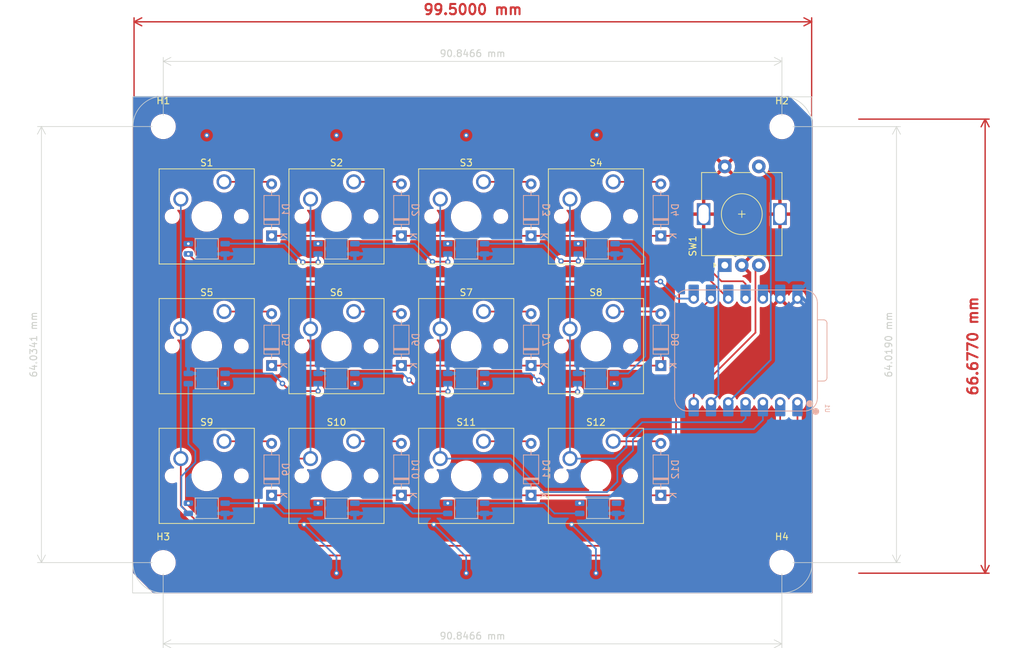
<source format=kicad_pcb>
(kicad_pcb (version 20240108) (generator "pcbnew") (generator_version "8.0")
  (layers (0 "F.Cu" signal) (31 "B.Cu" signal) (34 "B.Paste" user) (35 "F.Paste" user) (36 "B.SilkS" user "B.Silkscreen") (37 "F.SilkS" user "F.Silkscreen") (38 "B.Mask" user) (39 "F.Mask" user) (44 "Edge.Cuts" user))
  (net 0 "")
  (net 1 "VBUS")
  (net 2 "RGB_LED")
  (net 3 "GND")
  (net 4 "Net-(D13-DOUT)")
  (net 5 "Net-(D14-DOUT)")
  (net 6 "Net-(D15-DOUT)")
  (net 7 "Net-(D16-DOUT)")
  (net 8 "ROW 2")
  (net 9 "COLUMN 2")
  (net 10 "COLUMN 4")
  (net 11 "ROW 3")
  (net 12 "COLUMN 1")
  (net 13 "ROW 1")
  (net 14 "COLUMN 3")
  (net 15 "Net-(D1-A)")
  (net 16 "Net-(D2-A)")
  (net 17 "Net-(D3-A)")
  (net 18 "Net-(D4-A)")
  (net 19 "Net-(D5-A)")
  (net 20 "Net-(D6-A)")
  (net 21 "Net-(D7-A)")
  (net 22 "Net-(D8-A)")
  (net 23 "Net-(D9-A)")
  (net 24 "Net-(D10-A)")
  (net 25 "Net-(D11-A)")
  (net 26 "Net-(D12-A)")
  (net 27 "Net-(D16-DIN)")
  (net 28 "Net-(D17-DOUT)")
  (net 29 "Net-(D18-DOUT)")
  (net 30 "Net-(D19-DOUT)")
  (net 31 "Net-(D20-DOUT)")
  (net 32 "Net-(D22-DOUT)")
  (net 33 "ROTARY 2")
  (net 34 "ROTARY 3")
  (net 35 "ROTARY 1")
  (net 36 "3.3V")
  (net 37 "Net-(D13-DIN)")
  (footprint "Button_Switch_Keyboard:SW_Cherry_MX_1.00u_PCB" (layer "F.Cu") (at 88.265 142.5575)
    (property "Reference" "S10")
    (property "Value" "Keyswitch")
  )
  (footprint "Button_Switch_Keyboard:SW_Cherry_MX_1.00u_PCB" (layer "F.Cu") (at 69.215 123.5075)
    (property "Reference" "S5")
    (property "Value" "Keyswitch")
  )
  (footprint "Button_Switch_Keyboard:SW_Cherry_MX_1.00u_PCB" (layer "F.Cu") (at 88.265 104.4575)
    (property "Reference" "S2")
    (property "Value" "Keyswitch")
  )
  (footprint "Button_Switch_Keyboard:SW_Cherry_MX_1.00u_PCB" (layer "F.Cu") (at 107.315 104.4575)
    (property "Reference" "S3")
    (property "Value" "Keyswitch")
  )
  (footprint "Button_Switch_Keyboard:SW_Cherry_MX_1.00u_PCB" (layer "F.Cu") (at 69.215 142.5575)
    (property "Reference" "S9")
    (property "Value" "Keyswitch")
  )
  (footprint "Button_Switch_Keyboard:SW_Cherry_MX_1.00u_PCB" (layer "F.Cu") (at 69.215 104.4575)
    (property "Reference" "S1")
    (property "Value" "Keyswitch")
  )
  (footprint "Button_Switch_Keyboard:SW_Cherry_MX_1.00u_PCB" (layer "F.Cu") (at 126.365 104.4575)
    (property "Reference" "S4")
    (property "Value" "Keyswitch")
  )
  (footprint "Button_Switch_Keyboard:SW_Cherry_MX_1.00u_PCB" (layer "F.Cu") (at 107.315 123.5075)
    (property "Reference" "S7")
    (property "Value" "Keyswitch")
  )
  (footprint "MountingHole:MountingHole_3.2mm_M3_DIN965" (layer "F.Cu") (at 151.13586 96.35676)
    (property "Reference" "H2")
    (property "Value" "Mounting_Hole")
  )
  (footprint "MountingHole:MountingHole_3.2mm_M3_DIN965" (layer "F.Cu") (at 151.125686 160.37086)
    (property "Reference" "H4")
    (property "Value" "Mounting_Hole")
  )
  (footprint "Button_Switch_Keyboard:SW_Cherry_MX_1.00u_PCB" (layer "F.Cu") (at 88.265 123.5075)
    (property "Reference" "S6")
    (property "Value" "Keyswitch")
  )
  (footprint "MountingHole:MountingHole_3.2mm_M3_DIN965" (layer "F.Cu") (at 60.27909 160.375736)
    (property "Reference" "H3")
    (property "Value" "Mounting_Hole")
  )
  (footprint "Rotary_Encoder:RotaryEncoder_Alps_EC11E-Switch_Vertical_H20mm" (layer "F.Cu") (at 142.7436 116.7 90)
    (property "Reference" "SW1")
    (property "Value" "RotaryEncoder_Switch_MP")
  )
  (footprint "Button_Switch_Keyboard:SW_Cherry_MX_1.00u_PCB" (layer "F.Cu") (at 107.315 142.5575)
    (property "Reference" "S11")
    (property "Value" "Keyswitch")
  )
  (footprint "Button_Switch_Keyboard:SW_Cherry_MX_1.00u_PCB" (layer "F.Cu") (at 126.365 142.5575)
    (property "Reference" "S12")
    (property "Value" "Keyswitch")
  )
  (footprint "MountingHole:MountingHole_3.2mm_M3_DIN965" (layer "F.Cu") (at 60.28926 96.34164)
    (property "Reference" "H1")
    (property "Value" "Mounting_Hole")
  )
  (footprint "Button_Switch_Keyboard:SW_Cherry_MX_1.00u_PCB" (layer "F.Cu") (at 126.365 123.5075)
    (property "Reference" "S8")
    (property "Value" "Keyswitch")
  )
  (footprint "Diode_THT:D_DO-35_SOD27_P7.62mm_Horizontal" (layer "B.Cu") (at 114.2976 150.492 90)
    (property "Reference" "D11")
    (property "Value" "Diode")
  )
  (footprint "ScottoKeebs_Components:LED_SK6812MINI" (layer "B.Cu") (at 66.6736 133.3472 180)
    (property "Reference" "D18" (hide yes))
    (property "Value" "LED_SK6812MINI" (hide yes))
    (fp_line (start 1.7 1.5) (end 1.7 -1.5) (stroke (width 0.12)) (layer "Edge.Cuts"))
    (fp_line (start 1.7 -1.5) (end -1.7 -1.5) (stroke (width 0.12)) (layer "Edge.Cuts"))
    (fp_line (start -1.7 1.5) (end 1.7 1.5) (stroke (width 0.12)) (layer "Edge.Cuts"))
    (fp_line (start -1.7 -1.5) (end -1.7 1.5) (stroke (width 0.12)) (layer "Edge.Cuts"))
  )
  (footprint "Diode_THT:D_DO-35_SOD27_P7.62mm_Horizontal" (layer "B.Cu") (at 76.1984 112.3928 90)
    (property "Reference" "D1")
    (property "Value" "Diode")
  )
  (footprint "Diode_THT:D_DO-35_SOD27_P7.62mm_Horizontal" (layer "B.Cu") (at 114.3 131.445 90)
    (property "Reference" "D7")
    (property "Value" "Diode")
  )
  (footprint "Seeed Studio XIAO Series Library:XIAO-RP2040-DIP" (layer "B.Cu") (at 145.8001 129.225 90)
    (property "Reference" "U1")
    (property "Value" "XIAO-RP2040-DIP")
  )
  (footprint "Diode_THT:D_DO-35_SOD27_P7.62mm_Horizontal" (layer "B.Cu") (at 95.248 112.3928 90)
    (property "Reference" "D2")
    (property "Value" "Diode")
  )
  (footprint "ScottoKeebs_Components:LED_SK6812MINI" (layer "B.Cu") (at 85.7232 152.3968)
    (property "Reference" "D20" (hide yes))
    (property "Value" "LED_SK6812MINI" (hide yes))
    (fp_line (start -1.7 -1.5) (end -1.7 1.5) (stroke (width 0.12)) (layer "Edge.Cuts"))
    (fp_line (start -1.7 1.5) (end 1.7 1.5) (stroke (width 0.12)) (layer "Edge.Cuts"))
    (fp_line (start 1.7 -1.5) (end -1.7 -1.5) (stroke (width 0.12)) (layer "Edge.Cuts"))
    (fp_line (start 1.7 1.5) (end 1.7 -1.5) (stroke (width 0.12)) (layer "Edge.Cuts"))
  )
  (footprint "ScottoKeebs_Components:LED_SK6812MINI" (layer "B.Cu") (at 85.7232 114.2976)
    (property "Reference" "D13" (hide yes))
    (property "Value" "LED_SK6812MINI" (hide yes))
    (fp_line (start -1.7 -1.5) (end -1.7 1.5) (stroke (width 0.12)) (layer "Edge.Cuts"))
    (fp_line (start -1.7 1.5) (end 1.7 1.5) (stroke (width 0.12)) (layer "Edge.Cuts"))
    (fp_line (start 1.7 -1.5) (end -1.7 -1.5) (stroke (width 0.12)) (layer "Edge.Cuts"))
    (fp_line (start 1.7 1.5) (end 1.7 -1.5) (stroke (width 0.12)) (layer "Edge.Cuts"))
  )
  (footprint "ScottoKeebs_Components:LED_SK6812MINI" (layer "B.Cu") (at 123.935 114.2976)
    (property "Reference" "D15" (hide yes))
    (property "Value" "LED_SK6812MINI" (hide yes))
    (fp_line (start -1.7 -1.5) (end -1.7 1.5) (stroke (width 0.12)) (layer "Edge.Cuts"))
    (fp_line (start -1.7 1.5) (end 1.7 1.5) (stroke (width 0.12)) (layer "Edge.Cuts"))
    (fp_line (start 1.7 -1.5) (end -1.7 -1.5) (stroke (width 0.12)) (layer "Edge.Cuts"))
    (fp_line (start 1.7 1.5) (end 1.7 -1.5) (stroke (width 0.12)) (layer "Edge.Cuts"))
  )
  (footprint "Diode_THT:D_DO-35_SOD27_P7.62mm_Horizontal" (layer "B.Cu") (at 114.2976 112.3928 90)
    (property "Reference" "D3")
    (property "Value" "Diode")
  )
  (footprint "Diode_THT:D_DO-35_SOD27_P7.62mm_Horizontal" (layer "B.Cu") (at 95.248 150.492 90)
    (property "Reference" "D10")
    (property "Value" "Diode")
  )
  (footprint "ScottoKeebs_Components:LED_SK6812MINI" (layer "B.Cu") (at 66.6736 152.3968)
    (property "Reference" "D19" (hide yes))
    (property "Value" "LED_SK6812MINI" (hide yes))
    (fp_line (start -1.7 -1.5) (end -1.7 1.5) (stroke (width 0.12)) (layer "Edge.Cuts"))
    (fp_line (start -1.7 1.5) (end 1.7 1.5) (stroke (width 0.12)) (layer "Edge.Cuts"))
    (fp_line (start 1.7 -1.5) (end -1.7 -1.5) (stroke (width 0.12)) (layer "Edge.Cuts"))
    (fp_line (start 1.7 1.5) (end 1.7 -1.5) (stroke (width 0.12)) (layer "Edge.Cuts"))
  )
  (footprint "Diode_THT:D_DO-35_SOD27_P7.62mm_Horizontal" (layer "B.Cu") (at 76.2 131.445 90)
    (property "Reference" "D5")
    (property "Value" "Diode")
  )
  (footprint "Diode_THT:D_DO-35_SOD27_P7.62mm_Horizontal" (layer "B.Cu") (at 76.1984 150.492 90)
    (property "Reference" "D9")
    (property "Value" "Diode")
  )
  (footprint "ScottoKeebs_Components:LED_SK6812MINI" (layer "B.Cu") (at 104.7728 114.2976)
    (property "Reference" "D14" (hide yes))
    (property "Value" "LED_SK6812MINI" (hide yes))
    (fp_line (start -1.7 -1.5) (end -1.7 1.5) (stroke (width 0.12)) (layer "Edge.Cuts"))
    (fp_line (start -1.7 1.5) (end 1.7 1.5) (stroke (width 0.12)) (layer "Edge.Cuts"))
    (fp_line (start 1.7 -1.5) (end -1.7 -1.5) (stroke (width 0.12)) (layer "Edge.Cuts"))
    (fp_line (start 1.7 1.5) (end 1.7 -1.5) (stroke (width 0.12)) (layer "Edge.Cuts"))
  )
  (footprint "Diode_THT:D_DO-35_SOD27_P7.62mm_Horizontal" (layer "B.Cu") (at 95.25 131.445 90)
    (property "Reference" "D6")
    (property "Value" "Diode")
  )
  (footprint "ScottoKeebs_Components:LED_SK6812MINI" (layer "B.Cu") (at 123.821 133.3472 180)
    (property "Reference" "D21" (hide yes))
    (property "Value" "LED_SK6812MINI" (hide yes))
    (fp_line (start 1.7 1.5) (end 1.7 -1.5) (stroke (width 0.12)) (layer "Edge.Cuts"))
    (fp_line (start 1.7 -1.5) (end -1.7 -1.5) (stroke (width 0.12)) (layer "Edge.Cuts"))
    (fp_line (start -1.7 1.5) (end 1.7 1.5) (stroke (width 0.12)) (layer "Edge.Cuts"))
    (fp_line (start -1.7 -1.5) (end -1.7 1.5) (stroke (width 0.12)) (layer "Edge.Cuts"))
  )
  (footprint "ScottoKeebs_Components:LED_SK6812MINI" (layer "B.Cu") (at 66.6736 114.2976)
    (property "Reference" "D25" (hide yes))
    (property "Value" "LED_SK6812MINI" (hide yes))
    (fp_line (start -1.7 -1.5) (end -1.7 1.5) (stroke (width 0.12)) (layer "Edge.Cuts"))
    (fp_line (start -1.7 1.5) (end 1.7 1.5) (stroke (width 0.12)) (layer "Edge.Cuts"))
    (fp_line (start 1.7 -1.5) (end -1.7 -1.5) (stroke (width 0.12)) (layer "Edge.Cuts"))
    (fp_line (start 1.7 1.5) (end 1.7 -1.5) (stroke (width 0.12)) (layer "Edge.Cuts"))
  )
  (footprint "ScottoKeebs_Components:LED_SK6812MINI" (layer "B.Cu") (at 124.1398 152.3968)
    (property "Reference" "D23" (hide yes))
    (property "Value" "LED_SK6812MINI" (hide yes))
    (fp_line (start -1.7 -1.5) (end -1.7 1.5) (stroke (width 0.12)) (layer "Edge.Cuts"))
    (fp_line (start -1.7 1.5) (end 1.7 1.5) (stroke (width 0.12)) (layer "Edge.Cuts"))
    (fp_line (start 1.7 -1.5) (end -1.7 -1.5) (stroke (width 0.12)) (layer "Edge.Cuts"))
    (fp_line (start 1.7 1.5) (end 1.7 -1.5) (stroke (width 0.12)) (layer "Edge.Cuts"))
  )
  (footprint "Diode_THT:D_DO-35_SOD27_P7.62mm_Horizontal" (layer "B.Cu") (at 133.35 112.395 90)
    (property "Reference" "D4")
    (property "Value" "Diode")
  )
  (footprint "ScottoKeebs_Components:LED_SK6812MINI" (layer "B.Cu") (at 85.7232 133.3472 180)
    (property "Reference" "D17" (hide yes))
    (property "Value" "LED_SK6812MINI" (hide yes))
    (fp_line (start 1.7 1.5) (end 1.7 -1.5) (stroke (width 0.12)) (layer "Edge.Cuts"))
    (fp_line (start 1.7 -1.5) (end -1.7 -1.5) (stroke (width 0.12)) (layer "Edge.Cuts"))
    (fp_line (start -1.7 1.5) (end 1.7 1.5) (stroke (width 0.12)) (layer "Edge.Cuts"))
    (fp_line (start -1.7 -1.5) (end -1.7 1.5) (stroke (width 0.12)) (layer "Edge.Cuts"))
  )
  (footprint "Diode_THT:D_DO-35_SOD27_P7.62mm_Horizontal" (layer "B.Cu") (at 133.35 150.492 90)
    (property "Reference" "D12")
    (property "Value" "Diode")
  )
  (footprint "Diode_THT:D_DO-35_SOD27_P7.62mm_Horizontal" (layer "B.Cu") (at 133.35 131.445 90)
    (property "Reference" "D8")
    (property "Value" "Diode")
  )
  (footprint "ScottoKeebs_Components:LED_SK6812MINI" (layer "B.Cu") (at 104.7728 152.3968)
    (property "Reference" "D22" (hide yes))
    (property "Value" "LED_SK6812MINI" (hide yes))
    (fp_line (start -1.7 -1.5) (end -1.7 1.5) (stroke (width 0.12)) (layer "Edge.Cuts"))
    (fp_line (start -1.7 1.5) (end 1.7 1.5) (stroke (width 0.12)) (layer "Edge.Cuts"))
    (fp_line (start 1.7 -1.5) (end -1.7 -1.5) (stroke (width 0.12)) (layer "Edge.Cuts"))
    (fp_line (start 1.7 1.5) (end 1.7 -1.5) (stroke (width 0.12)) (layer "Edge.Cuts"))
  )
  (footprint "ScottoKeebs_Components:LED_SK6812MINI" (layer "B.Cu") (at 104.7728 133.3472 180)
    (property "Reference" "D16" (hide yes))
    (property "Value" "LED_SK6812MINI" (hide yes))
    (fp_line (start 1.7 1.5) (end 1.7 -1.5) (stroke (width 0.12)) (layer "Edge.Cuts"))
    (fp_line (start 1.7 -1.5) (end -1.7 -1.5) (stroke (width 0.12)) (layer "Edge.Cuts"))
    (fp_line (start -1.7 1.5) (end 1.7 1.5) (stroke (width 0.12)) (layer "Edge.Cuts"))
    (fp_line (start -1.7 -1.5) (end -1.7 1.5) (stroke (width 0.12)) (layer "Edge.Cuts"))
  )
  (gr_rect (start 55.7849 91.9725) (end 155.56 164.83) (stroke (width 0.1)) (fill none) (layer "Edge.Cuts"))
  (gr_arc (start 151.13586 91.899583) (mid 154.289999 93.207501) (end 155.593036 96.363661) (stroke (width 0.1)) (layer "Edge.Cuts"))
  (gr_arc (start 55.832083 96.34164) (mid 57.140001 93.187501) (end 60.296161 91.884464) (stroke (width 0.1)) (layer "Edge.Cuts"))
  (gr_arc (start 155.582867 160.37086) (mid 154.27495 163.525) (end 151.118789 164.828036) (stroke (width 0.1)) (layer "Edge.Cuts"))
  (gr_arc (start 60.27909 164.832917) (mid 57.12495 163.525) (end 55.821914 160.368839) (stroke (width 0.1)) (layer "Edge.Cuts"))
  (dimension (type aligned) (layer "F.Cu") (pts (xy 56 95.25) (xy 155.5 95.25)) (height -14.2875) (gr_text "99.5000 mm" (at 105.75 79.1625 0) (layer "F.Cu") (effects (font (size 1.5 1.5) (thickness 0.3)))) (format (prefix "") (suffix "") (units 3) (units_format 1) (precision 4)) (style (thickness 0.2) (arrow_length 1.27) (text_position_mode 0) (extension_height 0.58642) (extension_offset 0.5) keep_text_aligned))
  (dimension (type aligned) (layer "F.Cu") (pts (xy 161.925 95.248) (xy 161.925 161.925)) (height -19.05) (gr_text "66.6770 mm" (at 179.175 128.5865 90) (layer "F.Cu") (effects (font (size 1.5 1.5) (thickness 0.3)))) (format (prefix "") (suffix "") (units 3) (units_format 1) (precision 4)) (style (thickness 0.2) (arrow_length 1.27) (text_position_mode 0) (extension_height 0.58642) (extension_offset 0.5) keep_text_aligned))
  (dimension (type aligned) (layer "Edge.Cuts") (pts (xy 60.28926 96.34164) (xy 60.28926 160.375736)) (height 17.88926) (gr_text "64.0341 mm" (at 41.25 128.358688 90) (layer "Edge.Cuts") (effects (font (size 1 1) (thickness 0.15)))) (format (prefix "") (suffix "") (units 3) (units_format 1) (precision 4)) (style (thickness 0.1) (arrow_length 1.27) (text_position_mode 0) (extension_height 0.58642) (extension_offset 0.5) keep_text_aligned))
  (dimension (type aligned) (layer "Edge.Cuts") (pts (xy 60.27909 160.375736) (xy 151.125686 160.375736)) (height 11.924264) (gr_text "90.8466 mm" (at 105.702388 171.15 0) (layer "Edge.Cuts") (effects (font (size 1 1) (thickness 0.15)))) (format (prefix "") (suffix "") (units 3) (units_format 1) (precision 4)) (style (thickness 0.1) (arrow_length 1.27) (text_position_mode 0) (extension_height 0.58642) (extension_offset 0.5) keep_text_aligned))
  (dimension (type aligned) (layer "Edge.Cuts") (pts (xy 60.28926 96.34164) (xy 151.13586 96.34164)) (height -9.57164) (gr_text "90.8466 mm" (at 105.71256 85.62 0) (layer "Edge.Cuts") (effects (font (size 1 1) (thickness 0.15)))) (format (prefix "") (suffix "") (units 3) (units_format 1) (precision 4)) (style (thickness 0.1) (arrow_length 1.27) (text_position_mode 0) (extension_height 0.58642) (extension_offset 0.5) keep_text_aligned))
  (dimension (type aligned) (layer "Edge.Cuts") (pts (xy 151.13586 96.35676) (xy 151.13586 160.375736)) (height -16.82414) (gr_text "64.0190 mm" (at 166.81 128.366248 90) (layer "Edge.Cuts") (effects (font (size 1 1) (thickness 0.15)))) (format (prefix "") (suffix "") (units 3) (units_format 1) (precision 4)) (style (thickness 0.1) (arrow_length 1.27) (text_position_mode 0) (extension_height 0.58642) (extension_offset 0.5) keep_text_aligned))
  (segment (start 63.9736 115.0476) (end 68.026 119.1) (width 0.25) (layer "F.Cu") (net 2))
  (segment (start 68.026 119.1) (end 133.3 119.1) (width 0.25) (layer "F.Cu") (net 2))
  (via (at 63.9736 115.0476) (size 0.8) (drill 0.4) (layers "F.Cu" "B.Cu") (net 2))
  (via (at 133.3 119.1) (size 0.8) (drill 0.4) (layers "F.Cu" "B.Cu") (net 2))
  (segment (start 133.3 119.1) (end 135.805 121.605) (width 0.25) (layer "B.Cu") (net 2))
  (segment (start 135.805 121.605) (end 138.1801 121.605) (width 0.25) (layer "B.Cu") (net 2))
  (segment (start 83.0232 151.6468) (end 81.7157 151.6468) (width 0.25) (layer "F.Cu") (net 3))
  (segment (start 102.0728 151.6468) (end 100.7657 151.6468) (width 0.25) (layer "F.Cu") (net 3))
  (segment (start 81.7157 151.6468) (end 80.9625 152.4) (width 0.25) (layer "F.Cu") (net 3))
  (segment (start 121.4398 151.6468) (end 120.253125 152.833475) (width 0.25) (layer "F.Cu") (net 3))
  (segment (start 100.0125 152.4) (end 100.0125 154.78125) (width 0.25) (layer "F.Cu") (net 3))
  (segment (start 100.7657 151.6468) (end 100.0125 152.4) (width 0.25) (layer "F.Cu") (net 3))
  (segment (start 120.253125 152.833475) (end 120.253125 154.78125) (width 0.25) (layer "F.Cu") (net 3))
  (segment (start 80.9625 152.4) (end 80.9625 154.78125) (width 0.25) (layer "F.Cu") (net 3))
  (via (at 69.3736 134.0972) (size 0.8) (drill 0.4) (layers "F.Cu" "B.Cu") (net 3))
  (via (at 123.8224 161.9216) (size 0.8) (drill 0.4) (layers "F.Cu" "B.Cu") (net 3))
  (via (at 121.235 113.5476) (size 0.8) (drill 0.4) (layers "F.Cu" "B.Cu") (net 3))
  (via (at 104.7728 97.6292) (size 0.8) (drill 0.4) (layers "F.Cu" "B.Cu") (net 3))
  (via (at 88.4232 134.0972) (size 0.8) (drill 0.4) (layers "F.Cu" "B.Cu") (net 3))
  (via (at 121.4398 151.6468) (size 0.8) (drill 0.4) (layers "F.Cu" "B.Cu") (net 3))
  (via (at 63.9736 113.5476) (size 0.8) (drill 0.4) (layers "F.Cu" "B.Cu") (net 3))
  (via (at 104.7728 161.9216) (size 0.8) (drill 0.4) (layers "F.Cu" "B.Cu") (net 3))
  (via (at 120.253125 154.78125) (size 0.8) (drill 0.4) (layers "F.Cu" "B.Cu") (net 3))
  (via (at 107.4728 134.0972) (size 0.8) (drill 0.4) (layers "F.Cu" "B.Cu") (net 3))
  (via (at 63.9736 151.6468) (size 0.8) (drill 0.4) (layers "F.Cu" "B.Cu") (net 3))
  (via (at 126.521 134.0972) (size 0.8) (drill 0.4) (layers "F.Cu" "B.Cu") (net 3))
  (via (at 102.0728 151.6468) (size 0.8) (drill 0.4) (layers "F.Cu" "B.Cu") (net 3))
  (via (at 102.0728 113.5476) (size 0.8) (drill 0.4) (layers "F.Cu" "B.Cu") (net 3))
  (via (at 85.7232 161.9216) (size 0.8) (drill 0.4) (layers "F.Cu" "B.Cu") (net 3))
  (via (at 85.7232 97.6292) (size 0.8) (drill 0.4) (layers "F.Cu" "B.Cu") (net 3))
  (via (at 66.6736 97.6292) (size 0.8) (drill 0.4) (layers "F.Cu" "B.Cu") (net 3))
  (via (at 83.0232 151.6468) (size 0.8) (drill 0.4) (layers "F.Cu" "B.Cu") (net 3))
  (via (at 123.927422 97.570268) (size 0.8) (drill 0.4) (layers "F.Cu" "B.Cu") (net 3))
  (via (at 80.9625 154.78125) (size 0.8) (drill 0.4) (layers "F.Cu" "B.Cu") (net 3))
  (via (at 100.0125 154.78125) (size 0.8) (drill 0.4) (layers "F.Cu" "B.Cu") (net 3))
  (via (at 83.0232 113.5476) (size 0.8) (drill 0.4) (layers "F.Cu" "B.Cu") (net 3))
  (segment (start 123.8224 158.350525) (end 120.253125 154.78125) (width 0.25) (layer "B.Cu") (net 3))
  (segment (start 123.8224 161.9216) (end 123.8224 158.350525) (width 0.25) (layer "B.Cu") (net 3))
  (segment (start 80.9625 154.78125) (end 85.7232 159.54195) (width 0.25) (layer "B.Cu") (net 3))
  (segment (start 85.7232 159.54195) (end 85.7232 161.9216) (width 0.25) (layer "B.Cu") (net 3))
  (segment (start 104.7728 159.54155) (end 104.7728 161.9216) (width 0.25) (layer "B.Cu") (net 3))
  (segment (start 100.0125 154.78125) (end 104.7728 159.54155) (width 0.25) (layer "B.Cu") (net 3))
  (segment (start 102.04 116.18) (end 102.0728 116.2128) (width 0.25) (layer "F.Cu") (net 4))
  (segment (start 99.82 116.18) (end 102.04 116.18) (width 0.25) (layer "F.Cu") (net 4))
  (via (at 102.0728 116.2128) (size 0.8) (drill 0.4) (layers "F.Cu" "B.Cu") (net 4))
  (via (at 99.82 116.18) (size 0.8) (drill 0.4) (layers "F.Cu" "B.Cu") (net 4))
  (segment (start 99.82 116.18) (end 99.85 116.21) (width 0.25) (layer "B.Cu") (net 4))
  (segment (start 99.82 116.18) (end 97.1876 113.5476) (width 0.25) (layer "B.Cu") (net 4))
  (segment (start 102.0728 116.2128) (end 102.0728 115.0476) (width 0.25) (layer "B.Cu") (net 4))
  (segment (start 97.1876 113.5476) (end 88.4232 113.5476) (width 0.25) (layer "B.Cu") (net 4))
  (segment (start 118.705 116.1) (end 121.225 116.1) (width 0.25) (layer "F.Cu") (net 5))
  (segment (start 121.225 116.1) (end 121.235 116.09) (width 0.25) (layer "F.Cu") (net 5))
  (via (at 121.235 116.09) (size 0.8) (drill 0.4) (layers "F.Cu" "B.Cu") (net 5))
  (via (at 118.705 116.1) (size 0.8) (drill 0.4) (layers "F.Cu" "B.Cu") (net 5))
  (segment (start 121.235 115.0476) (end 121.235 116.09) (width 0.25) (layer "B.Cu") (net 5))
  (segment (start 107.4728 113.5476) (end 116.1526 113.5476) (width 0.25) (layer "B.Cu") (net 5))
  (segment (start 116.1526 113.5476) (end 118.705 116.1) (width 0.25) (layer "B.Cu") (net 5))
  (segment (start 131.065 130.09) (end 131.065 115.58) (width 0.25) (layer "B.Cu") (net 6))
  (segment (start 126.521 132.5972) (end 128.5578 132.5972) (width 0.25) (layer "B.Cu") (net 6))
  (segment (start 131.065 115.58) (end 129.0326 113.5476) (width 0.25) (layer "B.Cu") (net 6))
  (segment (start 129.0326 113.5476) (end 126.635 113.5476) (width 0.25) (layer "B.Cu") (net 6))
  (segment (start 128.5578 132.5972) (end 131.065 130.09) (width 0.25) (layer "B.Cu") (net 6))
  (segment (start 96.4 133.56) (end 98.08 135.24) (width 0.25) (layer "F.Cu") (net 7))
  (segment (start 98.08 135.24) (end 102.09 135.24) (width 0.25) (layer "F.Cu") (net 7))
  (via (at 102.09 135.24) (size 0.8) (drill 0.4) (layers "F.Cu" "B.Cu") (net 7))
  (via (at 96.4 133.56) (size 0.8) (drill 0.4) (layers "F.Cu" "B.Cu") (net 7))
  (segment (start 102.0728 135.2228) (end 102.0728 134.0972) (width 0.25) (layer "B.Cu") (net 7))
  (segment (start 88.4232 132.5972) (end 95.4372 132.5972) (width 0.25) (layer "B.Cu") (net 7))
  (segment (start 102.09 135.24) (end 102.0728 135.2228) (width 0.25) (layer "B.Cu") (net 7))
  (segment (start 95.4372 132.5972) (end 96.4 133.56) (width 0.25) (layer "B.Cu") (net 7))
  (segment (start 137.085 117.08) (end 136.0458 118.1192) (width 0.25) (layer "F.Cu") (net 8))
  (segment (start 114.3 131.445) (end 95.25 131.445) (width 0.25) (layer "F.Cu") (net 8))
  (segment (start 95.25 131.445) (end 76.2 131.445) (width 0.25) (layer "F.Cu") (net 8))
  (segment (start 136.0458 118.1192) (end 136.0458 123.8224) (width 0.25) (layer "F.Cu") (net 8))
  (segment (start 138.7351 117.08) (end 137.085 117.08) (width 0.25) (layer "F.Cu") (net 8))
  (segment (start 133.6675 126.2065) (end 133.6675 131.445) (width 0.25) (layer "F.Cu") (net 8))
  (segment (start 143.2601 121.605) (end 138.7351 117.08) (width 0.25) (layer "F.Cu") (net 8))
  (segment (start 133.6646 126.2036) (end 133.6675 126.2065) (width 0.25) (layer "F.Cu") (net 8))
  (segment (start 114.3 131.445) (end 133.35 131.445) (width 0.25) (layer "F.Cu") (net 8))
  (segment (start 136.0458 123.8224) (end 133.6646 126.2036) (width 0.25) (layer "F.Cu") (net 8))
  (segment (start 76.52 157.91) (end 144.5024 157.91) (width 0.25) (layer "F.Cu") (net 9))
  (segment (start 74.3 155.69) (end 76.52 157.91) (width 0.25) (layer "F.Cu") (net 9))
  (segment (start 76.7625 145.0975) (end 74.19 147.67) (width 0.25) (layer "F.Cu") (net 9))
  (segment (start 150.8801 151.5323) (end 150.8801 136.845) (width 0.25) (layer "F.Cu") (net 9))
  (segment (start 144.5024 157.91) (end 150.8801 151.5323) (width 0.25) (layer "F.Cu") (net 9))
  (segment (start 74.3 147.78) (end 74.3 155.69) (width 0.25) (layer "F.Cu") (net 9))
  (segment (start 81.915 145.0975) (end 76.7625 145.0975) (width 0.25) (layer "F.Cu") (net 9))
  (segment (start 74.19 147.67) (end 74.3 147.78) (width 0.25) (layer "F.Cu") (net 9))
  (segment (start 81.915 106.9975) (end 81.915 145.0975) (width 0.25) (layer "B.Cu") (net 9))
  (segment (start 128.3 143.5) (end 128.21 143.5) (width 0.25) (layer "B.Cu") (net 10))
  (segment (start 120.015 106.9975) (end 120.015 145.0975) (width 0.25) (layer "B.Cu") (net 10))
  (segment (start 130.62 139.76) (end 128.3 142.08) (width 0.25) (layer "B.Cu") (net 10))
  (segment (start 128.3 142.08) (end 128.3 143.5) (width 0.25) (layer "B.Cu") (net 10))
  (segment (start 145.8001 139.2199) (end 145.26 139.76) (width 0.25) (layer "B.Cu") (net 10))
  (segment (start 128.21 143.5) (end 126.6125 145.0975) (width 0.25) (layer "B.Cu") (net 10))
  (segment (start 145.8001 136.845) (end 145.8001 139.2199) (width 0.25) (layer "B.Cu") (net 10))
  (segment (start 126.6125 145.0975) (end 120.015 145.0975) (width 0.25) (layer "B.Cu") (net 10))
  (segment (start 145.26 139.76) (end 130.62 139.76) (width 0.25) (layer "B.Cu") (net 10))
  (segment (start 138.0236 123.12) (end 139.2051 123.12) (width 0.25) (layer "F.Cu") (net 11))
  (segment (start 76.1984 150.492) (end 95.248 150.492) (width 0.25) (layer "F.Cu") (net 11))
  (segment (start 114.2976 150.492) (end 133.35 150.492) (width 0.25) (layer "F.Cu") (net 11))
  (segment (start 95.248 150.492) (end 114.2976 150.492) (width 0.25) (layer "F.Cu") (net 11))
  (segment (start 133.6646 150.492) (end 134.823 150.492) (width 0.25) (layer "F.Cu") (net 11))
  (segment (start 135.585 125.5586) (end 138.0236 123.12) (width 0.25) (layer "F.Cu") (net 11))
  (segment (start 139.2051 123.12) (end 140.7201 121.605) (width 0.25) (layer "F.Cu") (net 11))
  (segment (start 134.823 150.492) (end 135.585 149.73) (width 0.25) (layer "F.Cu") (net 11))
  (segment (start 135.585 149.73) (end 135.585 125.5586) (width 0.25) (layer "F.Cu") (net 11))
  (segment (start 153.4201 151.3735) (end 153.4201 136.845) (width 0.25) (layer "F.Cu") (net 12))
  (segment (start 62.865 151.964977) (end 70.230023 159.33) (width 0.25) (layer "F.Cu") (net 12))
  (segment (start 70.230023 159.33) (end 145.4636 159.33) (width 0.25) (layer "F.Cu") (net 12))
  (segment (start 145.4636 159.33) (end 153.4201 151.3735) (width 0.25) (layer "F.Cu") (net 12))
  (segment (start 62.865 145.0975) (end 62.865 151.964977) (width 0.25) (layer "F.Cu") (net 12))
  (segment (start 62.865 106.9975) (end 62.865 145.0975) (width 0.25) (layer "B.Cu") (net 12))
  (segment (start 95.248 112.3928) (end 114.2976 112.3928) (width 0.25) (layer "F.Cu") (net 13))
  (segment (start 133.3478 112.3928) (end 133.35 112.395) (width 0.25) (layer "F.Cu") (net 13))
  (segment (start 133.6653 112.3928) (end 133.6675 112.395) (width 0.25) (layer "F.Cu") (net 13))
  (segment (start 114.2976 112.3928) (end 133.3478 112.3928) (width 0.25) (layer "F.Cu") (net 13))
  (segment (start 145.8001 119.4509) (end 145.8001 121.605) (width 0.25) (layer "F.Cu") (net 13))
  (segment (start 76.1984 112.3928) (end 95.248 112.3928) (width 0.25) (layer "F.Cu") (net 13))
  (segment (start 142.252351 119.06) (end 145.4092 119.06) (width 0.25) (layer "F.Cu") (net 13))
  (segment (start 133.35 112.395) (end 135.587351 112.395) (width 0.25) (layer "F.Cu") (net 13))
  (segment (start 135.587351 112.395) (end 142.252351 119.06) (width 0.25) (layer "F.Cu") (net 13))
  (segment (start 145.4092 119.06) (end 145.8001 119.4509) (width 0.25) (layer "F.Cu") (net 13))
  (segment (start 148.3401 139.4299) (end 147 140.77) (width 0.25) (layer "B.Cu") (net 14))
  (segment (start 100.965 106.9975) (end 100.965 145.0975) (width 0.25) (layer "B.Cu") (net 14))
  (segment (start 129.26 142.27) (end 129.26 143.9) (width 0.25) (layer "B.Cu") (net 14))
  (segment (start 148.3401 137.68) (end 148.3401 139.4299) (width 0.25) (layer "B.Cu") (net 14))
  (segment (start 147 140.77) (end 130.76 140.77) (width 0.25) (layer "B.Cu") (net 14))
  (segment (start 116.1825 150.0125) (end 111.2675 145.0975) (width 0.25) (layer "B.Cu") (net 14))
  (segment (start 126.97 148.5) (end 125.4575 150.0125) (width 0.25) (layer "B.Cu") (net 14))
  (segment (start 126.97 146.19) (end 126.97 148.5) (width 0.25) (layer "B.Cu") (net 14))
  (segment (start 125.4575 150.0125) (end 116.1825 150.0125) (width 0.25) (layer "B.Cu") (net 14))
  (segment (start 129.26 143.9) (end 126.97 146.19) (width 0.25) (layer "B.Cu") (net 14))
  (segment (start 111.2675 145.0975) (end 100.965 145.0975) (width 0.25) (layer "B.Cu") (net 14))
  (segment (start 130.76 140.77) (end 129.26 142.27) (width 0.25) (layer "B.Cu") (net 14))
  (segment (start 76.0373 104.4575) (end 76.1984 104.2964) (width 0.25) (layer "F.Cu") (net 15))
  (segment (start 69.215 104.4575) (end 76.0373 104.4575) (width 0.25) (layer "F.Cu") (net 15))
  (segment (start 88.265 104.4575) (end 94.9327 104.4575) (width 0.25) (layer "F.Cu") (net 16))
  (segment (start 94.9327 104.4575) (end 95.248 104.7728) (width 0.25) (layer "F.Cu") (net 16))
  (segment (start 113.9823 104.4575) (end 114.2976 104.7728) (width 0.25) (layer "F.Cu") (net 17))
  (segment (start 107.315 104.4575) (end 113.9823 104.4575) (width 0.25) (layer "F.Cu") (net 17))
  (segment (start 133.35 104.4575) (end 133.6675 104.775) (width 0.25) (layer "F.Cu") (net 18))
  (segment (start 126.365 104.4575) (end 133.35 104.4575) (width 0.25) (layer "F.Cu") (net 18))
  (segment (start 75.8825 123.5075) (end 76.2 123.825) (width 0.25) (layer "F.Cu") (net 19))
  (segment (start 69.215 123.5075) (end 75.8825 123.5075) (width 0.25) (layer "F.Cu") (net 19))
  (segment (start 88.265 123.5075) (end 94.9325 123.5075) (width 0.25) (layer "F.Cu") (net 20))
  (segment (start 94.9325 123.5075) (end 95.25 123.825) (width 0.25) (layer "F.Cu") (net 20))
  (segment (start 107.315 123.5075) (end 113.9825 123.5075) (width 0.25) (layer "F.Cu") (net 21))
  (segment (start 113.9825 123.5075) (end 114.3 123.825) (width 0.25) (layer "F.Cu") (net 21))
  (segment (start 133.35 123.5075) (end 133.6675 123.825) (width 0.25) (layer "F.Cu") (net 22))
  (segment (start 126.365 123.5075) (end 133.35 123.5075) (width 0.25) (layer "F.Cu") (net 22))
  (segment (start 69.215 142.5575) (end 75.8839 142.5575) (width 0.25) (layer "F.Cu") (net 23))
  (segment (start 75.8839 142.5575) (end 76.1984 142.872) (width 0.25) (layer "F.Cu") (net 23))
  (segment (start 94.9335 142.5575) (end 95.248 142.872) (width 0.25) (layer "F.Cu") (net 24))
  (segment (start 88.265 142.5575) (end 94.9335 142.5575) (width 0.25) (layer "F.Cu") (net 24))
  (segment (start 113.9831 142.5575) (end 114.2976 142.872) (width 0.25) (layer "F.Cu") (net 25))
  (segment (start 107.315 142.5575) (end 113.9831 142.5575) (width 0.25) (layer "F.Cu") (net 25))
  (segment (start 126.365 142.5575) (end 133.3501 142.5575) (width 0.25) (layer "F.Cu") (net 26))
  (segment (start 133.3501 142.5575) (end 133.6646 142.872) (width 0.25) (layer "F.Cu") (net 26))
  (segment (start 115.435 133.62) (end 117.115 135.3) (width 0.25) (layer "F.Cu") (net 27))
  (segment (start 117.115 135.3) (end 121.125 135.3) (width 0.25) (layer "F.Cu") (net 27))
  (via (at 121.125 135.3) (size 0.8) (drill 0.4) (layers "F.Cu" "B.Cu") (net 27))
  (via (at 115.435 133.62) (size 0.8) (drill 0.4) (layers "F.Cu" "B.Cu") (net 27))
  (segment (start 107.4728 132.5972) (end 114.2508 132.5972) (width 0.25) (layer "B.Cu") (net 27))
  (segment (start 114.2508 132.5972) (end 115.2736 133.62) (width 0.25) (layer "B.Cu") (net 27))
  (segment (start 121.1078 135.2828) (end 121.1078 134.1572) (width 0.25) (layer "B.Cu") (net 27))
  (segment (start 121.125 135.3) (end 121.1078 135.2828) (width 0.25) (layer "B.Cu") (net 27))
  (segment (start 77.79 134.07) (end 78.9032 135.1832) (width 0.25) (layer "F.Cu") (net 28))
  (segment (start 78.9032 135.1832) (end 83.0232 135.1832) (width 0.25) (layer "F.Cu") (net 28))
  (via (at 83.0232 135.1832) (size 0.8) (drill 0.4) (layers "F.Cu" "B.Cu") (net 28))
  (via (at 77.79 134.07) (size 0.8) (drill 0.4) (layers "F.Cu" "B.Cu") (net 28))
  (segment (start 69.3736 132.5972) (end 76.3172 132.5972) (width 0.25) (layer "B.Cu") (net 28))
  (segment (start 76.3172 132.5972) (end 77.79 134.07) (width 0.25) (layer "B.Cu") (net 28))
  (segment (start 83.0232 134.0972) (end 83.0232 135.1832) (width 0.25) (layer "B.Cu") (net 28))
  (segment (start 83.0232 135.1832) (end 83.03 135.19) (width 0.25) (layer "B.Cu") (net 28))
  (segment (start 62.9486 147.7014) (end 65 145.65) (width 0.25) (layer "B.Cu") (net 29))
  (segment (start 65 144) (end 63.9736 142.9736) (width 0.25) (layer "B.Cu") (net 29))
  (segment (start 63.9736 142.9736) (end 63.9736 134.0972) (width 0.25) (layer "B.Cu") (net 29))
  (segment (start 65 145.65) (end 65 144) (width 0.25) (layer "B.Cu") (net 29))
  (segment (start 63.9736 153.1468) (end 62.9486 152.1218) (width 0.25) (layer "B.Cu") (net 29))
  (segment (start 62.9486 152.1218) (end 62.9486 147.7014) (width 0.25) (layer "B.Cu") (net 29))
  (segment (start 69.3736 151.6468) (end 76.4968 151.6468) (width 0.25) (layer "B.Cu") (net 30))
  (segment (start 77.9968 153.1468) (end 83.0232 153.1468) (width 0.25) (layer "B.Cu") (net 30))
  (segment (start 76.4968 151.6468) (end 77.9968 153.1468) (width 0.25) (layer "B.Cu") (net 30))
  (segment (start 96.9068 153.1468) (end 102.0728 153.1468) (width 0.25) (layer "B.Cu") (net 31))
  (segment (start 95.4068 151.6468) (end 96.9068 153.1468) (width 0.25) (layer "B.Cu") (net 31))
  (segment (start 88.4232 151.6468) (end 95.4068 151.6468) (width 0.25) (layer "B.Cu") (net 31))
  (segment (start 117.7462 153.1468) (end 121.4398 153.1468) (width 0.25) (layer "B.Cu") (net 32))
  (segment (start 107.4728 151.6468) (end 116.0848 151.6468) (width 0.25) (layer "B.Cu") (net 32))
  (segment (start 116.2462 151.6468) (end 117.7462 153.1468) (width 0.25) (layer "B.Cu") (net 32))
  (segment (start 141.8071 117.6365) (end 142.7436 116.7) (width 0.25) (layer "B.Cu") (net 33))
  (segment (start 141.8071 135.758) (end 141.8071 117.6365) (width 0.25) (layer "B.Cu") (net 33))
  (segment (start 140.7201 136.845) (end 141.8071 135.758) (width 0.25) (layer "B.Cu") (net 33))
  (segment (start 147.2531 117.1905) (end 147.7436 116.7) (width 0.25) (layer "F.Cu") (net 34))
  (segment (start 138.1801 135.6699) (end 147.2531 126.5969) (width 0.25) (layer "F.Cu") (net 34))
  (segment (start 138.1801 136.845) (end 138.1801 135.6699) (width 0.25) (layer "F.Cu") (net 34))
  (segment (start 147.2531 126.5969) (end 147.2531 117.1905) (width 0.25) (layer "F.Cu") (net 34))
  (segment (start 147.7436 102.2) (end 149.5 103.9564) (width 0.25) (layer "B.Cu") (net 35))
  (segment (start 149.5 103.9564) (end 149.5 130.6051) (width 0.25) (layer "B.Cu") (net 35))
  (segment (start 149.5 130.6051) (end 143.2601 136.845) (width 0.25) (layer "B.Cu") (net 35))
  (segment (start 80.79 116.26) (end 83.02 116.26) (width 0.25) (layer "F.Cu") (net 37))
  (segment (start 83.02 116.26) (end 83.0232 116.2568) (width 0.25) (layer "F.Cu") (net 37))
  (via (at 80.79 116.26) (size 0.8) (drill 0.4) (layers "F.Cu" "B.Cu") (net 37))
  (via (at 83.0232 116.2568) (size 0.8) (drill 0.4) (layers "F.Cu" "B.Cu") (net 37))
  (segment (start 78.0776 113.5476) (end 80.79 116.26) (width 0.25) (layer "B.Cu") (net 37))
  (segment (start 69.3736 113.5476) (end 78.0776 113.5476) (width 0.25) (layer "B.Cu") (net 37))
  (segment (start 83.0232 115.0476) (end 83.0232 116.2568) (width 0.25) (layer "B.Cu") (net 37))
  (zone (net 3) (net_name "GND") (layer "F.Cu") (connect_pads (clearance 0.5)) (min_thickness 0.25) (fill yes (thermal_gap 0.5) (thermal_bridge_width 0.5))
    (polygon (pts (xy 59.37 91.88) (xy 152.13 91.88) (xy 155.66 95.41) (xy 155.66 164.89) (xy 58.84 164.89) (xy 55.87 161.92) (xy 55.87 95.38)))
  )
  (zone (net 1) (net_name "VBUS") (layer "B.Cu") (priority 1) (connect_pads (clearance 0.5)) (min_thickness 0.25) (fill yes (thermal_gap 0.5) (thermal_bridge_width 0.5))
    (polygon (pts (xy 155.65 164.875) (xy 155.65 95.275) (xy 152.255 91.88) (xy 55.875 91.88) (xy 55.875 161.9) (xy 58.85 164.875)))
  )
)
</source>
